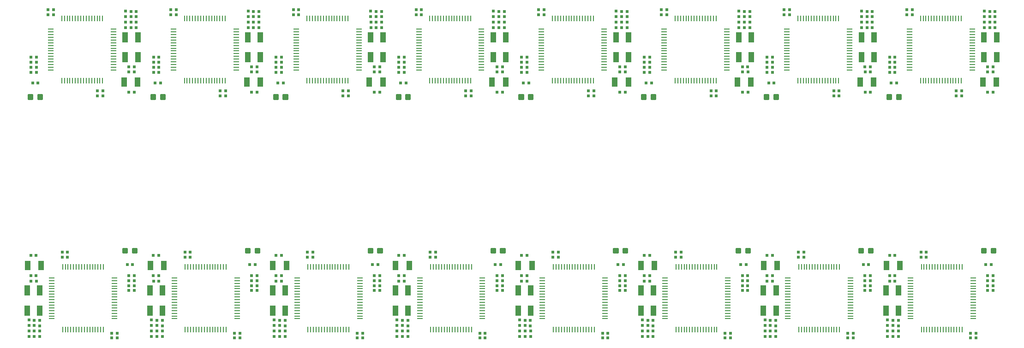
<source format=gtp>
G04 EAGLE Gerber RS-274X export*
G75*
%MOMM*%
%FSLAX34Y34*%
%LPD*%
%INSolderpaste Top*%
%IPPOS*%
%AMOC8*
5,1,8,0,0,1.08239X$1,22.5*%
G01*
%ADD10R,0.600000X0.600000*%
%ADD11C,0.300000*%
%ADD12R,1.000000X0.220000*%
%ADD13R,0.220000X1.000000*%
%ADD14R,1.100000X1.900000*%
%ADD15R,1.000000X1.800000*%


D10*
X25000Y152200D03*
X15000Y152200D03*
X31400Y60500D03*
X31400Y50500D03*
X72500Y196500D03*
X82500Y196500D03*
X163500Y56800D03*
X173500Y56800D03*
X195000Y162500D03*
X205000Y162500D03*
X72500Y205900D03*
X82500Y205900D03*
X21400Y80600D03*
X21400Y70600D03*
X11400Y80700D03*
X11400Y70700D03*
X24900Y162300D03*
X14900Y162300D03*
X24900Y199550D03*
X14900Y199550D03*
X163500Y47700D03*
X173500Y47700D03*
X195000Y153300D03*
X205000Y153300D03*
X11400Y60600D03*
X11400Y50600D03*
X21400Y60600D03*
X21400Y50600D03*
D11*
X202070Y204600D02*
X202070Y211600D01*
X209070Y211600D01*
X209070Y204600D01*
X202070Y204600D01*
X202070Y207450D02*
X209070Y207450D01*
X209070Y210300D02*
X202070Y210300D01*
X184530Y211600D02*
X184530Y204600D01*
X184530Y211600D02*
X191530Y211600D01*
X191530Y204600D01*
X184530Y204600D01*
X184530Y207450D02*
X191530Y207450D01*
X191530Y210300D02*
X184530Y210300D01*
D10*
X201800Y182500D03*
X191800Y182500D03*
X205000Y134900D03*
X195000Y134900D03*
X205000Y144100D03*
X195000Y144100D03*
X31300Y80500D03*
X31300Y70500D03*
D12*
X53300Y123300D03*
X53300Y118300D03*
X53300Y133300D03*
X53300Y143300D03*
X53300Y153300D03*
X53300Y128300D03*
X53300Y138300D03*
X53300Y148300D03*
X53300Y158300D03*
X53300Y108300D03*
X53300Y98300D03*
X53300Y88300D03*
X53300Y83300D03*
X53300Y93300D03*
X53300Y103300D03*
X53300Y113300D03*
D13*
X108300Y63300D03*
X113300Y63300D03*
X98300Y63300D03*
X88300Y63300D03*
X78300Y63300D03*
X103300Y63300D03*
X93300Y63300D03*
X83300Y63300D03*
X73300Y63300D03*
X123300Y63300D03*
X133300Y63300D03*
X143300Y63300D03*
X148300Y63300D03*
X138300Y63300D03*
X128300Y63300D03*
X118300Y63300D03*
D12*
X168300Y118300D03*
X168300Y123300D03*
X168300Y108300D03*
X168300Y98300D03*
X168300Y88300D03*
X168300Y113300D03*
X168300Y103300D03*
X168300Y93300D03*
X168300Y83300D03*
X168300Y133300D03*
X168300Y143300D03*
X168300Y153300D03*
X168300Y158300D03*
X168300Y148300D03*
X168300Y138300D03*
X168300Y128300D03*
D13*
X113300Y178300D03*
X108300Y178300D03*
X123300Y178300D03*
X133300Y178300D03*
X143300Y178300D03*
X118300Y178300D03*
X128300Y178300D03*
X138300Y178300D03*
X148300Y178300D03*
X98300Y178300D03*
X88300Y178300D03*
X78300Y178300D03*
X73300Y178300D03*
X83300Y178300D03*
X93300Y178300D03*
X103300Y178300D03*
D14*
X8700Y135100D03*
X31700Y98100D03*
X31700Y135100D03*
X8700Y98100D03*
D15*
X9000Y180700D03*
X34000Y180700D03*
D10*
X250069Y152200D03*
X240069Y152200D03*
X256469Y60500D03*
X256469Y50500D03*
X297569Y196500D03*
X307569Y196500D03*
X388569Y56800D03*
X398569Y56800D03*
X420069Y162500D03*
X430069Y162500D03*
X297569Y205900D03*
X307569Y205900D03*
X246469Y80600D03*
X246469Y70600D03*
X236469Y80700D03*
X236469Y70700D03*
X249969Y162300D03*
X239969Y162300D03*
X249969Y199550D03*
X239969Y199550D03*
X388569Y47700D03*
X398569Y47700D03*
X420069Y153300D03*
X430069Y153300D03*
X236469Y60600D03*
X236469Y50600D03*
X246469Y60600D03*
X246469Y50600D03*
D11*
X427139Y204600D02*
X427139Y211600D01*
X434139Y211600D01*
X434139Y204600D01*
X427139Y204600D01*
X427139Y207450D02*
X434139Y207450D01*
X434139Y210300D02*
X427139Y210300D01*
X409599Y211600D02*
X409599Y204600D01*
X409599Y211600D02*
X416599Y211600D01*
X416599Y204600D01*
X409599Y204600D01*
X409599Y207450D02*
X416599Y207450D01*
X416599Y210300D02*
X409599Y210300D01*
D10*
X426869Y182500D03*
X416869Y182500D03*
X430069Y134900D03*
X420069Y134900D03*
X430069Y144100D03*
X420069Y144100D03*
X256369Y80500D03*
X256369Y70500D03*
D12*
X278369Y123300D03*
X278369Y118300D03*
X278369Y133300D03*
X278369Y143300D03*
X278369Y153300D03*
X278369Y128300D03*
X278369Y138300D03*
X278369Y148300D03*
X278369Y158300D03*
X278369Y108300D03*
X278369Y98300D03*
X278369Y88300D03*
X278369Y83300D03*
X278369Y93300D03*
X278369Y103300D03*
X278369Y113300D03*
D13*
X333369Y63300D03*
X338369Y63300D03*
X323369Y63300D03*
X313369Y63300D03*
X303369Y63300D03*
X328369Y63300D03*
X318369Y63300D03*
X308369Y63300D03*
X298369Y63300D03*
X348369Y63300D03*
X358369Y63300D03*
X368369Y63300D03*
X373369Y63300D03*
X363369Y63300D03*
X353369Y63300D03*
X343369Y63300D03*
D12*
X393369Y118300D03*
X393369Y123300D03*
X393369Y108300D03*
X393369Y98300D03*
X393369Y88300D03*
X393369Y113300D03*
X393369Y103300D03*
X393369Y93300D03*
X393369Y83300D03*
X393369Y133300D03*
X393369Y143300D03*
X393369Y153300D03*
X393369Y158300D03*
X393369Y148300D03*
X393369Y138300D03*
X393369Y128300D03*
D13*
X338369Y178300D03*
X333369Y178300D03*
X348369Y178300D03*
X358369Y178300D03*
X368369Y178300D03*
X343369Y178300D03*
X353369Y178300D03*
X363369Y178300D03*
X373369Y178300D03*
X323369Y178300D03*
X313369Y178300D03*
X303369Y178300D03*
X298369Y178300D03*
X308369Y178300D03*
X318369Y178300D03*
X328369Y178300D03*
D14*
X233769Y135100D03*
X256769Y98100D03*
X256769Y135100D03*
X233769Y98100D03*
D15*
X234069Y180700D03*
X259069Y180700D03*
D10*
X475164Y152200D03*
X465164Y152200D03*
X481564Y60500D03*
X481564Y50500D03*
X522664Y196500D03*
X532664Y196500D03*
X613664Y56800D03*
X623664Y56800D03*
X645164Y162500D03*
X655164Y162500D03*
X522664Y205900D03*
X532664Y205900D03*
X471564Y80600D03*
X471564Y70600D03*
X461564Y80700D03*
X461564Y70700D03*
X475064Y162300D03*
X465064Y162300D03*
X475064Y199550D03*
X465064Y199550D03*
X613664Y47700D03*
X623664Y47700D03*
X645164Y153300D03*
X655164Y153300D03*
X461564Y60600D03*
X461564Y50600D03*
X471564Y60600D03*
X471564Y50600D03*
D11*
X652234Y204600D02*
X652234Y211600D01*
X659234Y211600D01*
X659234Y204600D01*
X652234Y204600D01*
X652234Y207450D02*
X659234Y207450D01*
X659234Y210300D02*
X652234Y210300D01*
X634694Y211600D02*
X634694Y204600D01*
X634694Y211600D02*
X641694Y211600D01*
X641694Y204600D01*
X634694Y204600D01*
X634694Y207450D02*
X641694Y207450D01*
X641694Y210300D02*
X634694Y210300D01*
D10*
X651964Y182500D03*
X641964Y182500D03*
X655164Y134900D03*
X645164Y134900D03*
X655164Y144100D03*
X645164Y144100D03*
X481464Y80500D03*
X481464Y70500D03*
D12*
X503464Y123300D03*
X503464Y118300D03*
X503464Y133300D03*
X503464Y143300D03*
X503464Y153300D03*
X503464Y128300D03*
X503464Y138300D03*
X503464Y148300D03*
X503464Y158300D03*
X503464Y108300D03*
X503464Y98300D03*
X503464Y88300D03*
X503464Y83300D03*
X503464Y93300D03*
X503464Y103300D03*
X503464Y113300D03*
D13*
X558464Y63300D03*
X563464Y63300D03*
X548464Y63300D03*
X538464Y63300D03*
X528464Y63300D03*
X553464Y63300D03*
X543464Y63300D03*
X533464Y63300D03*
X523464Y63300D03*
X573464Y63300D03*
X583464Y63300D03*
X593464Y63300D03*
X598464Y63300D03*
X588464Y63300D03*
X578464Y63300D03*
X568464Y63300D03*
D12*
X618464Y118300D03*
X618464Y123300D03*
X618464Y108300D03*
X618464Y98300D03*
X618464Y88300D03*
X618464Y113300D03*
X618464Y103300D03*
X618464Y93300D03*
X618464Y83300D03*
X618464Y133300D03*
X618464Y143300D03*
X618464Y153300D03*
X618464Y158300D03*
X618464Y148300D03*
X618464Y138300D03*
X618464Y128300D03*
D13*
X563464Y178300D03*
X558464Y178300D03*
X573464Y178300D03*
X583464Y178300D03*
X593464Y178300D03*
X568464Y178300D03*
X578464Y178300D03*
X588464Y178300D03*
X598464Y178300D03*
X548464Y178300D03*
X538464Y178300D03*
X528464Y178300D03*
X523464Y178300D03*
X533464Y178300D03*
X543464Y178300D03*
X553464Y178300D03*
D14*
X458864Y135100D03*
X481864Y98100D03*
X481864Y135100D03*
X458864Y98100D03*
D15*
X459164Y180700D03*
X484164Y180700D03*
D10*
X700234Y152200D03*
X690234Y152200D03*
X706634Y60500D03*
X706634Y50500D03*
X747734Y196500D03*
X757734Y196500D03*
X838734Y56800D03*
X848734Y56800D03*
X870234Y162500D03*
X880234Y162500D03*
X747734Y205900D03*
X757734Y205900D03*
X696634Y80600D03*
X696634Y70600D03*
X686634Y80700D03*
X686634Y70700D03*
X700134Y162300D03*
X690134Y162300D03*
X700134Y199550D03*
X690134Y199550D03*
X838734Y47700D03*
X848734Y47700D03*
X870234Y153300D03*
X880234Y153300D03*
X686634Y60600D03*
X686634Y50600D03*
X696634Y60600D03*
X696634Y50600D03*
D11*
X877304Y204600D02*
X877304Y211600D01*
X884304Y211600D01*
X884304Y204600D01*
X877304Y204600D01*
X877304Y207450D02*
X884304Y207450D01*
X884304Y210300D02*
X877304Y210300D01*
X859764Y211600D02*
X859764Y204600D01*
X859764Y211600D02*
X866764Y211600D01*
X866764Y204600D01*
X859764Y204600D01*
X859764Y207450D02*
X866764Y207450D01*
X866764Y210300D02*
X859764Y210300D01*
D10*
X877034Y182500D03*
X867034Y182500D03*
X880234Y134900D03*
X870234Y134900D03*
X880234Y144100D03*
X870234Y144100D03*
X706534Y80500D03*
X706534Y70500D03*
D12*
X728534Y123300D03*
X728534Y118300D03*
X728534Y133300D03*
X728534Y143300D03*
X728534Y153300D03*
X728534Y128300D03*
X728534Y138300D03*
X728534Y148300D03*
X728534Y158300D03*
X728534Y108300D03*
X728534Y98300D03*
X728534Y88300D03*
X728534Y83300D03*
X728534Y93300D03*
X728534Y103300D03*
X728534Y113300D03*
D13*
X783534Y63300D03*
X788534Y63300D03*
X773534Y63300D03*
X763534Y63300D03*
X753534Y63300D03*
X778534Y63300D03*
X768534Y63300D03*
X758534Y63300D03*
X748534Y63300D03*
X798534Y63300D03*
X808534Y63300D03*
X818534Y63300D03*
X823534Y63300D03*
X813534Y63300D03*
X803534Y63300D03*
X793534Y63300D03*
D12*
X843534Y118300D03*
X843534Y123300D03*
X843534Y108300D03*
X843534Y98300D03*
X843534Y88300D03*
X843534Y113300D03*
X843534Y103300D03*
X843534Y93300D03*
X843534Y83300D03*
X843534Y133300D03*
X843534Y143300D03*
X843534Y153300D03*
X843534Y158300D03*
X843534Y148300D03*
X843534Y138300D03*
X843534Y128300D03*
D13*
X788534Y178300D03*
X783534Y178300D03*
X798534Y178300D03*
X808534Y178300D03*
X818534Y178300D03*
X793534Y178300D03*
X803534Y178300D03*
X813534Y178300D03*
X823534Y178300D03*
X773534Y178300D03*
X763534Y178300D03*
X753534Y178300D03*
X748534Y178300D03*
X758534Y178300D03*
X768534Y178300D03*
X778534Y178300D03*
D14*
X683934Y135100D03*
X706934Y98100D03*
X706934Y135100D03*
X683934Y98100D03*
D15*
X684234Y180700D03*
X709234Y180700D03*
D10*
X925328Y152200D03*
X915328Y152200D03*
X931728Y60500D03*
X931728Y50500D03*
X972828Y196500D03*
X982828Y196500D03*
X1063828Y56800D03*
X1073828Y56800D03*
X1095328Y162500D03*
X1105328Y162500D03*
X972828Y205900D03*
X982828Y205900D03*
X921728Y80600D03*
X921728Y70600D03*
X911728Y80700D03*
X911728Y70700D03*
X925228Y162300D03*
X915228Y162300D03*
X925228Y199550D03*
X915228Y199550D03*
X1063828Y47700D03*
X1073828Y47700D03*
X1095328Y153300D03*
X1105328Y153300D03*
X911728Y60600D03*
X911728Y50600D03*
X921728Y60600D03*
X921728Y50600D03*
D11*
X1102398Y204600D02*
X1102398Y211600D01*
X1109398Y211600D01*
X1109398Y204600D01*
X1102398Y204600D01*
X1102398Y207450D02*
X1109398Y207450D01*
X1109398Y210300D02*
X1102398Y210300D01*
X1084858Y211600D02*
X1084858Y204600D01*
X1084858Y211600D02*
X1091858Y211600D01*
X1091858Y204600D01*
X1084858Y204600D01*
X1084858Y207450D02*
X1091858Y207450D01*
X1091858Y210300D02*
X1084858Y210300D01*
D10*
X1102128Y182500D03*
X1092128Y182500D03*
X1105328Y134900D03*
X1095328Y134900D03*
X1105328Y144100D03*
X1095328Y144100D03*
X931628Y80500D03*
X931628Y70500D03*
D12*
X953628Y123300D03*
X953628Y118300D03*
X953628Y133300D03*
X953628Y143300D03*
X953628Y153300D03*
X953628Y128300D03*
X953628Y138300D03*
X953628Y148300D03*
X953628Y158300D03*
X953628Y108300D03*
X953628Y98300D03*
X953628Y88300D03*
X953628Y83300D03*
X953628Y93300D03*
X953628Y103300D03*
X953628Y113300D03*
D13*
X1008628Y63300D03*
X1013628Y63300D03*
X998628Y63300D03*
X988628Y63300D03*
X978628Y63300D03*
X1003628Y63300D03*
X993628Y63300D03*
X983628Y63300D03*
X973628Y63300D03*
X1023628Y63300D03*
X1033628Y63300D03*
X1043628Y63300D03*
X1048628Y63300D03*
X1038628Y63300D03*
X1028628Y63300D03*
X1018628Y63300D03*
D12*
X1068628Y118300D03*
X1068628Y123300D03*
X1068628Y108300D03*
X1068628Y98300D03*
X1068628Y88300D03*
X1068628Y113300D03*
X1068628Y103300D03*
X1068628Y93300D03*
X1068628Y83300D03*
X1068628Y133300D03*
X1068628Y143300D03*
X1068628Y153300D03*
X1068628Y158300D03*
X1068628Y148300D03*
X1068628Y138300D03*
X1068628Y128300D03*
D13*
X1013628Y178300D03*
X1008628Y178300D03*
X1023628Y178300D03*
X1033628Y178300D03*
X1043628Y178300D03*
X1018628Y178300D03*
X1028628Y178300D03*
X1038628Y178300D03*
X1048628Y178300D03*
X998628Y178300D03*
X988628Y178300D03*
X978628Y178300D03*
X973628Y178300D03*
X983628Y178300D03*
X993628Y178300D03*
X1003628Y178300D03*
D14*
X909028Y135100D03*
X932028Y98100D03*
X932028Y135100D03*
X909028Y98100D03*
D15*
X909328Y180700D03*
X934328Y180700D03*
D10*
X1150398Y152200D03*
X1140398Y152200D03*
X1156798Y60500D03*
X1156798Y50500D03*
X1197898Y196500D03*
X1207898Y196500D03*
X1288898Y56800D03*
X1298898Y56800D03*
X1320398Y162500D03*
X1330398Y162500D03*
X1197898Y205900D03*
X1207898Y205900D03*
X1146798Y80600D03*
X1146798Y70600D03*
X1136798Y80700D03*
X1136798Y70700D03*
X1150298Y162300D03*
X1140298Y162300D03*
X1150298Y199550D03*
X1140298Y199550D03*
X1288898Y47700D03*
X1298898Y47700D03*
X1320398Y153300D03*
X1330398Y153300D03*
X1136798Y60600D03*
X1136798Y50600D03*
X1146798Y60600D03*
X1146798Y50600D03*
D11*
X1327468Y204600D02*
X1327468Y211600D01*
X1334468Y211600D01*
X1334468Y204600D01*
X1327468Y204600D01*
X1327468Y207450D02*
X1334468Y207450D01*
X1334468Y210300D02*
X1327468Y210300D01*
X1309928Y211600D02*
X1309928Y204600D01*
X1309928Y211600D02*
X1316928Y211600D01*
X1316928Y204600D01*
X1309928Y204600D01*
X1309928Y207450D02*
X1316928Y207450D01*
X1316928Y210300D02*
X1309928Y210300D01*
D10*
X1327198Y182500D03*
X1317198Y182500D03*
X1330398Y134900D03*
X1320398Y134900D03*
X1330398Y144100D03*
X1320398Y144100D03*
X1156698Y80500D03*
X1156698Y70500D03*
D12*
X1178698Y123300D03*
X1178698Y118300D03*
X1178698Y133300D03*
X1178698Y143300D03*
X1178698Y153300D03*
X1178698Y128300D03*
X1178698Y138300D03*
X1178698Y148300D03*
X1178698Y158300D03*
X1178698Y108300D03*
X1178698Y98300D03*
X1178698Y88300D03*
X1178698Y83300D03*
X1178698Y93300D03*
X1178698Y103300D03*
X1178698Y113300D03*
D13*
X1233698Y63300D03*
X1238698Y63300D03*
X1223698Y63300D03*
X1213698Y63300D03*
X1203698Y63300D03*
X1228698Y63300D03*
X1218698Y63300D03*
X1208698Y63300D03*
X1198698Y63300D03*
X1248698Y63300D03*
X1258698Y63300D03*
X1268698Y63300D03*
X1273698Y63300D03*
X1263698Y63300D03*
X1253698Y63300D03*
X1243698Y63300D03*
D12*
X1293698Y118300D03*
X1293698Y123300D03*
X1293698Y108300D03*
X1293698Y98300D03*
X1293698Y88300D03*
X1293698Y113300D03*
X1293698Y103300D03*
X1293698Y93300D03*
X1293698Y83300D03*
X1293698Y133300D03*
X1293698Y143300D03*
X1293698Y153300D03*
X1293698Y158300D03*
X1293698Y148300D03*
X1293698Y138300D03*
X1293698Y128300D03*
D13*
X1238698Y178300D03*
X1233698Y178300D03*
X1248698Y178300D03*
X1258698Y178300D03*
X1268698Y178300D03*
X1243698Y178300D03*
X1253698Y178300D03*
X1263698Y178300D03*
X1273698Y178300D03*
X1223698Y178300D03*
X1213698Y178300D03*
X1203698Y178300D03*
X1198698Y178300D03*
X1208698Y178300D03*
X1218698Y178300D03*
X1228698Y178300D03*
D14*
X1134098Y135100D03*
X1157098Y98100D03*
X1157098Y135100D03*
X1134098Y98100D03*
D15*
X1134398Y180700D03*
X1159398Y180700D03*
D10*
X1375493Y152200D03*
X1365493Y152200D03*
X1381893Y60500D03*
X1381893Y50500D03*
X1422993Y196500D03*
X1432993Y196500D03*
X1513993Y56800D03*
X1523993Y56800D03*
X1545493Y162500D03*
X1555493Y162500D03*
X1422993Y205900D03*
X1432993Y205900D03*
X1371893Y80600D03*
X1371893Y70600D03*
X1361893Y80700D03*
X1361893Y70700D03*
X1375393Y162300D03*
X1365393Y162300D03*
X1375393Y199550D03*
X1365393Y199550D03*
X1513993Y47700D03*
X1523993Y47700D03*
X1545493Y153300D03*
X1555493Y153300D03*
X1361893Y60600D03*
X1361893Y50600D03*
X1371893Y60600D03*
X1371893Y50600D03*
D11*
X1552563Y204600D02*
X1552563Y211600D01*
X1559563Y211600D01*
X1559563Y204600D01*
X1552563Y204600D01*
X1552563Y207450D02*
X1559563Y207450D01*
X1559563Y210300D02*
X1552563Y210300D01*
X1535023Y211600D02*
X1535023Y204600D01*
X1535023Y211600D02*
X1542023Y211600D01*
X1542023Y204600D01*
X1535023Y204600D01*
X1535023Y207450D02*
X1542023Y207450D01*
X1542023Y210300D02*
X1535023Y210300D01*
D10*
X1552293Y182500D03*
X1542293Y182500D03*
X1555493Y134900D03*
X1545493Y134900D03*
X1555493Y144100D03*
X1545493Y144100D03*
X1381793Y80500D03*
X1381793Y70500D03*
D12*
X1403793Y123300D03*
X1403793Y118300D03*
X1403793Y133300D03*
X1403793Y143300D03*
X1403793Y153300D03*
X1403793Y128300D03*
X1403793Y138300D03*
X1403793Y148300D03*
X1403793Y158300D03*
X1403793Y108300D03*
X1403793Y98300D03*
X1403793Y88300D03*
X1403793Y83300D03*
X1403793Y93300D03*
X1403793Y103300D03*
X1403793Y113300D03*
D13*
X1458793Y63300D03*
X1463793Y63300D03*
X1448793Y63300D03*
X1438793Y63300D03*
X1428793Y63300D03*
X1453793Y63300D03*
X1443793Y63300D03*
X1433793Y63300D03*
X1423793Y63300D03*
X1473793Y63300D03*
X1483793Y63300D03*
X1493793Y63300D03*
X1498793Y63300D03*
X1488793Y63300D03*
X1478793Y63300D03*
X1468793Y63300D03*
D12*
X1518793Y118300D03*
X1518793Y123300D03*
X1518793Y108300D03*
X1518793Y98300D03*
X1518793Y88300D03*
X1518793Y113300D03*
X1518793Y103300D03*
X1518793Y93300D03*
X1518793Y83300D03*
X1518793Y133300D03*
X1518793Y143300D03*
X1518793Y153300D03*
X1518793Y158300D03*
X1518793Y148300D03*
X1518793Y138300D03*
X1518793Y128300D03*
D13*
X1463793Y178300D03*
X1458793Y178300D03*
X1473793Y178300D03*
X1483793Y178300D03*
X1493793Y178300D03*
X1468793Y178300D03*
X1478793Y178300D03*
X1488793Y178300D03*
X1498793Y178300D03*
X1448793Y178300D03*
X1438793Y178300D03*
X1428793Y178300D03*
X1423793Y178300D03*
X1433793Y178300D03*
X1443793Y178300D03*
X1453793Y178300D03*
D14*
X1359193Y135100D03*
X1382193Y98100D03*
X1382193Y135100D03*
X1359193Y98100D03*
D15*
X1359493Y180700D03*
X1384493Y180700D03*
D10*
X1600562Y152200D03*
X1590562Y152200D03*
X1606962Y60500D03*
X1606962Y50500D03*
X1648062Y196500D03*
X1658062Y196500D03*
X1739062Y56800D03*
X1749062Y56800D03*
X1770562Y162500D03*
X1780562Y162500D03*
X1648062Y205900D03*
X1658062Y205900D03*
X1596962Y80600D03*
X1596962Y70600D03*
X1586962Y80700D03*
X1586962Y70700D03*
X1600462Y162300D03*
X1590462Y162300D03*
X1600462Y199550D03*
X1590462Y199550D03*
X1739062Y47700D03*
X1749062Y47700D03*
X1770562Y153300D03*
X1780562Y153300D03*
X1586962Y60600D03*
X1586962Y50600D03*
X1596962Y60600D03*
X1596962Y50600D03*
D11*
X1777632Y204600D02*
X1777632Y211600D01*
X1784632Y211600D01*
X1784632Y204600D01*
X1777632Y204600D01*
X1777632Y207450D02*
X1784632Y207450D01*
X1784632Y210300D02*
X1777632Y210300D01*
X1760092Y211600D02*
X1760092Y204600D01*
X1760092Y211600D02*
X1767092Y211600D01*
X1767092Y204600D01*
X1760092Y204600D01*
X1760092Y207450D02*
X1767092Y207450D01*
X1767092Y210300D02*
X1760092Y210300D01*
D10*
X1777362Y182500D03*
X1767362Y182500D03*
X1780562Y134900D03*
X1770562Y134900D03*
X1780562Y144100D03*
X1770562Y144100D03*
X1606862Y80500D03*
X1606862Y70500D03*
D12*
X1628862Y123300D03*
X1628862Y118300D03*
X1628862Y133300D03*
X1628862Y143300D03*
X1628862Y153300D03*
X1628862Y128300D03*
X1628862Y138300D03*
X1628862Y148300D03*
X1628862Y158300D03*
X1628862Y108300D03*
X1628862Y98300D03*
X1628862Y88300D03*
X1628862Y83300D03*
X1628862Y93300D03*
X1628862Y103300D03*
X1628862Y113300D03*
D13*
X1683862Y63300D03*
X1688862Y63300D03*
X1673862Y63300D03*
X1663862Y63300D03*
X1653862Y63300D03*
X1678862Y63300D03*
X1668862Y63300D03*
X1658862Y63300D03*
X1648862Y63300D03*
X1698862Y63300D03*
X1708862Y63300D03*
X1718862Y63300D03*
X1723862Y63300D03*
X1713862Y63300D03*
X1703862Y63300D03*
X1693862Y63300D03*
D12*
X1743862Y118300D03*
X1743862Y123300D03*
X1743862Y108300D03*
X1743862Y98300D03*
X1743862Y88300D03*
X1743862Y113300D03*
X1743862Y103300D03*
X1743862Y93300D03*
X1743862Y83300D03*
X1743862Y133300D03*
X1743862Y143300D03*
X1743862Y153300D03*
X1743862Y158300D03*
X1743862Y148300D03*
X1743862Y138300D03*
X1743862Y128300D03*
D13*
X1688862Y178300D03*
X1683862Y178300D03*
X1698862Y178300D03*
X1708862Y178300D03*
X1718862Y178300D03*
X1693862Y178300D03*
X1703862Y178300D03*
X1713862Y178300D03*
X1723862Y178300D03*
X1673862Y178300D03*
X1663862Y178300D03*
X1653862Y178300D03*
X1648862Y178300D03*
X1658862Y178300D03*
X1668862Y178300D03*
X1678862Y178300D03*
D14*
X1584262Y135100D03*
X1607262Y98100D03*
X1607262Y135100D03*
X1584262Y98100D03*
D15*
X1584562Y180700D03*
X1609562Y180700D03*
D10*
X194989Y546300D03*
X204989Y546300D03*
X188589Y638000D03*
X188589Y648000D03*
X147489Y502000D03*
X137489Y502000D03*
X56489Y641700D03*
X46489Y641700D03*
X24989Y536000D03*
X14989Y536000D03*
X147489Y492600D03*
X137489Y492600D03*
X198589Y617900D03*
X198589Y627900D03*
X208589Y617800D03*
X208589Y627800D03*
X195089Y536200D03*
X205089Y536200D03*
X195089Y498950D03*
X205089Y498950D03*
X56489Y650800D03*
X46489Y650800D03*
X24989Y545200D03*
X14989Y545200D03*
X208589Y637900D03*
X208589Y647900D03*
X198589Y637900D03*
X198589Y647900D03*
D11*
X17919Y493900D02*
X17919Y486900D01*
X10919Y486900D01*
X10919Y493900D01*
X17919Y493900D01*
X17919Y489750D02*
X10919Y489750D01*
X10919Y492600D02*
X17919Y492600D01*
X35459Y493900D02*
X35459Y486900D01*
X28459Y486900D01*
X28459Y493900D01*
X35459Y493900D01*
X35459Y489750D02*
X28459Y489750D01*
X28459Y492600D02*
X35459Y492600D01*
D10*
X18189Y516000D03*
X28189Y516000D03*
X14989Y563600D03*
X24989Y563600D03*
X14989Y554400D03*
X24989Y554400D03*
X188689Y618000D03*
X188689Y628000D03*
D12*
X166689Y575200D03*
X166689Y580200D03*
X166689Y565200D03*
X166689Y555200D03*
X166689Y545200D03*
X166689Y570200D03*
X166689Y560200D03*
X166689Y550200D03*
X166689Y540200D03*
X166689Y590200D03*
X166689Y600200D03*
X166689Y610200D03*
X166689Y615200D03*
X166689Y605200D03*
X166689Y595200D03*
X166689Y585200D03*
D13*
X111689Y635200D03*
X106689Y635200D03*
X121689Y635200D03*
X131689Y635200D03*
X141689Y635200D03*
X116689Y635200D03*
X126689Y635200D03*
X136689Y635200D03*
X146689Y635200D03*
X96689Y635200D03*
X86689Y635200D03*
X76689Y635200D03*
X71689Y635200D03*
X81689Y635200D03*
X91689Y635200D03*
X101689Y635200D03*
D12*
X51689Y580200D03*
X51689Y575200D03*
X51689Y590200D03*
X51689Y600200D03*
X51689Y610200D03*
X51689Y585200D03*
X51689Y595200D03*
X51689Y605200D03*
X51689Y615200D03*
X51689Y565200D03*
X51689Y555200D03*
X51689Y545200D03*
X51689Y540200D03*
X51689Y550200D03*
X51689Y560200D03*
X51689Y570200D03*
D13*
X106689Y520200D03*
X111689Y520200D03*
X96689Y520200D03*
X86689Y520200D03*
X76689Y520200D03*
X101689Y520200D03*
X91689Y520200D03*
X81689Y520200D03*
X71689Y520200D03*
X121689Y520200D03*
X131689Y520200D03*
X141689Y520200D03*
X146689Y520200D03*
X136689Y520200D03*
X126689Y520200D03*
X116689Y520200D03*
D14*
X211289Y563400D03*
X188289Y600400D03*
X188289Y563400D03*
X211289Y600400D03*
D15*
X210989Y517800D03*
X185989Y517800D03*
D10*
X420084Y546300D03*
X430084Y546300D03*
X413684Y638000D03*
X413684Y648000D03*
X372584Y502000D03*
X362584Y502000D03*
X281584Y641700D03*
X271584Y641700D03*
X250084Y536000D03*
X240084Y536000D03*
X372584Y492600D03*
X362584Y492600D03*
X423684Y617900D03*
X423684Y627900D03*
X433684Y617800D03*
X433684Y627800D03*
X420184Y536200D03*
X430184Y536200D03*
X420184Y498950D03*
X430184Y498950D03*
X281584Y650800D03*
X271584Y650800D03*
X250084Y545200D03*
X240084Y545200D03*
X433684Y637900D03*
X433684Y647900D03*
X423684Y637900D03*
X423684Y647900D03*
D11*
X243014Y493900D02*
X243014Y486900D01*
X236014Y486900D01*
X236014Y493900D01*
X243014Y493900D01*
X243014Y489750D02*
X236014Y489750D01*
X236014Y492600D02*
X243014Y492600D01*
X260554Y493900D02*
X260554Y486900D01*
X253554Y486900D01*
X253554Y493900D01*
X260554Y493900D01*
X260554Y489750D02*
X253554Y489750D01*
X253554Y492600D02*
X260554Y492600D01*
D10*
X243284Y516000D03*
X253284Y516000D03*
X240084Y563600D03*
X250084Y563600D03*
X240084Y554400D03*
X250084Y554400D03*
X413784Y618000D03*
X413784Y628000D03*
D12*
X391784Y575200D03*
X391784Y580200D03*
X391784Y565200D03*
X391784Y555200D03*
X391784Y545200D03*
X391784Y570200D03*
X391784Y560200D03*
X391784Y550200D03*
X391784Y540200D03*
X391784Y590200D03*
X391784Y600200D03*
X391784Y610200D03*
X391784Y615200D03*
X391784Y605200D03*
X391784Y595200D03*
X391784Y585200D03*
D13*
X336784Y635200D03*
X331784Y635200D03*
X346784Y635200D03*
X356784Y635200D03*
X366784Y635200D03*
X341784Y635200D03*
X351784Y635200D03*
X361784Y635200D03*
X371784Y635200D03*
X321784Y635200D03*
X311784Y635200D03*
X301784Y635200D03*
X296784Y635200D03*
X306784Y635200D03*
X316784Y635200D03*
X326784Y635200D03*
D12*
X276784Y580200D03*
X276784Y575200D03*
X276784Y590200D03*
X276784Y600200D03*
X276784Y610200D03*
X276784Y585200D03*
X276784Y595200D03*
X276784Y605200D03*
X276784Y615200D03*
X276784Y565200D03*
X276784Y555200D03*
X276784Y545200D03*
X276784Y540200D03*
X276784Y550200D03*
X276784Y560200D03*
X276784Y570200D03*
D13*
X331784Y520200D03*
X336784Y520200D03*
X321784Y520200D03*
X311784Y520200D03*
X301784Y520200D03*
X326784Y520200D03*
X316784Y520200D03*
X306784Y520200D03*
X296784Y520200D03*
X346784Y520200D03*
X356784Y520200D03*
X366784Y520200D03*
X371784Y520200D03*
X361784Y520200D03*
X351784Y520200D03*
X341784Y520200D03*
D14*
X436384Y563400D03*
X413384Y600400D03*
X413384Y563400D03*
X436384Y600400D03*
D15*
X436084Y517800D03*
X411084Y517800D03*
D10*
X645154Y546300D03*
X655154Y546300D03*
X638754Y638000D03*
X638754Y648000D03*
X597654Y502000D03*
X587654Y502000D03*
X506654Y641700D03*
X496654Y641700D03*
X475154Y536000D03*
X465154Y536000D03*
X597654Y492600D03*
X587654Y492600D03*
X648754Y617900D03*
X648754Y627900D03*
X658754Y617800D03*
X658754Y627800D03*
X645254Y536200D03*
X655254Y536200D03*
X645254Y498950D03*
X655254Y498950D03*
X506654Y650800D03*
X496654Y650800D03*
X475154Y545200D03*
X465154Y545200D03*
X658754Y637900D03*
X658754Y647900D03*
X648754Y637900D03*
X648754Y647900D03*
D11*
X468084Y493900D02*
X468084Y486900D01*
X461084Y486900D01*
X461084Y493900D01*
X468084Y493900D01*
X468084Y489750D02*
X461084Y489750D01*
X461084Y492600D02*
X468084Y492600D01*
X485624Y493900D02*
X485624Y486900D01*
X478624Y486900D01*
X478624Y493900D01*
X485624Y493900D01*
X485624Y489750D02*
X478624Y489750D01*
X478624Y492600D02*
X485624Y492600D01*
D10*
X468354Y516000D03*
X478354Y516000D03*
X465154Y563600D03*
X475154Y563600D03*
X465154Y554400D03*
X475154Y554400D03*
X638854Y618000D03*
X638854Y628000D03*
D12*
X616854Y575200D03*
X616854Y580200D03*
X616854Y565200D03*
X616854Y555200D03*
X616854Y545200D03*
X616854Y570200D03*
X616854Y560200D03*
X616854Y550200D03*
X616854Y540200D03*
X616854Y590200D03*
X616854Y600200D03*
X616854Y610200D03*
X616854Y615200D03*
X616854Y605200D03*
X616854Y595200D03*
X616854Y585200D03*
D13*
X561854Y635200D03*
X556854Y635200D03*
X571854Y635200D03*
X581854Y635200D03*
X591854Y635200D03*
X566854Y635200D03*
X576854Y635200D03*
X586854Y635200D03*
X596854Y635200D03*
X546854Y635200D03*
X536854Y635200D03*
X526854Y635200D03*
X521854Y635200D03*
X531854Y635200D03*
X541854Y635200D03*
X551854Y635200D03*
D12*
X501854Y580200D03*
X501854Y575200D03*
X501854Y590200D03*
X501854Y600200D03*
X501854Y610200D03*
X501854Y585200D03*
X501854Y595200D03*
X501854Y605200D03*
X501854Y615200D03*
X501854Y565200D03*
X501854Y555200D03*
X501854Y545200D03*
X501854Y540200D03*
X501854Y550200D03*
X501854Y560200D03*
X501854Y570200D03*
D13*
X556854Y520200D03*
X561854Y520200D03*
X546854Y520200D03*
X536854Y520200D03*
X526854Y520200D03*
X551854Y520200D03*
X541854Y520200D03*
X531854Y520200D03*
X521854Y520200D03*
X571854Y520200D03*
X581854Y520200D03*
X591854Y520200D03*
X596854Y520200D03*
X586854Y520200D03*
X576854Y520200D03*
X566854Y520200D03*
D14*
X661454Y563400D03*
X638454Y600400D03*
X638454Y563400D03*
X661454Y600400D03*
D15*
X661154Y517800D03*
X636154Y517800D03*
D10*
X870248Y546300D03*
X880248Y546300D03*
X863848Y638000D03*
X863848Y648000D03*
X822748Y502000D03*
X812748Y502000D03*
X731748Y641700D03*
X721748Y641700D03*
X700248Y536000D03*
X690248Y536000D03*
X822748Y492600D03*
X812748Y492600D03*
X873848Y617900D03*
X873848Y627900D03*
X883848Y617800D03*
X883848Y627800D03*
X870348Y536200D03*
X880348Y536200D03*
X870348Y498950D03*
X880348Y498950D03*
X731748Y650800D03*
X721748Y650800D03*
X700248Y545200D03*
X690248Y545200D03*
X883848Y637900D03*
X883848Y647900D03*
X873848Y637900D03*
X873848Y647900D03*
D11*
X693178Y493900D02*
X693178Y486900D01*
X686178Y486900D01*
X686178Y493900D01*
X693178Y493900D01*
X693178Y489750D02*
X686178Y489750D01*
X686178Y492600D02*
X693178Y492600D01*
X710718Y493900D02*
X710718Y486900D01*
X703718Y486900D01*
X703718Y493900D01*
X710718Y493900D01*
X710718Y489750D02*
X703718Y489750D01*
X703718Y492600D02*
X710718Y492600D01*
D10*
X693448Y516000D03*
X703448Y516000D03*
X690248Y563600D03*
X700248Y563600D03*
X690248Y554400D03*
X700248Y554400D03*
X863948Y618000D03*
X863948Y628000D03*
D12*
X841948Y575200D03*
X841948Y580200D03*
X841948Y565200D03*
X841948Y555200D03*
X841948Y545200D03*
X841948Y570200D03*
X841948Y560200D03*
X841948Y550200D03*
X841948Y540200D03*
X841948Y590200D03*
X841948Y600200D03*
X841948Y610200D03*
X841948Y615200D03*
X841948Y605200D03*
X841948Y595200D03*
X841948Y585200D03*
D13*
X786948Y635200D03*
X781948Y635200D03*
X796948Y635200D03*
X806948Y635200D03*
X816948Y635200D03*
X791948Y635200D03*
X801948Y635200D03*
X811948Y635200D03*
X821948Y635200D03*
X771948Y635200D03*
X761948Y635200D03*
X751948Y635200D03*
X746948Y635200D03*
X756948Y635200D03*
X766948Y635200D03*
X776948Y635200D03*
D12*
X726948Y580200D03*
X726948Y575200D03*
X726948Y590200D03*
X726948Y600200D03*
X726948Y610200D03*
X726948Y585200D03*
X726948Y595200D03*
X726948Y605200D03*
X726948Y615200D03*
X726948Y565200D03*
X726948Y555200D03*
X726948Y545200D03*
X726948Y540200D03*
X726948Y550200D03*
X726948Y560200D03*
X726948Y570200D03*
D13*
X781948Y520200D03*
X786948Y520200D03*
X771948Y520200D03*
X761948Y520200D03*
X751948Y520200D03*
X776948Y520200D03*
X766948Y520200D03*
X756948Y520200D03*
X746948Y520200D03*
X796948Y520200D03*
X806948Y520200D03*
X816948Y520200D03*
X821948Y520200D03*
X811948Y520200D03*
X801948Y520200D03*
X791948Y520200D03*
D14*
X886548Y563400D03*
X863548Y600400D03*
X863548Y563400D03*
X886548Y600400D03*
D15*
X886248Y517800D03*
X861248Y517800D03*
D10*
X1095318Y546300D03*
X1105318Y546300D03*
X1088918Y638000D03*
X1088918Y648000D03*
X1047818Y502000D03*
X1037818Y502000D03*
X956818Y641700D03*
X946818Y641700D03*
X925318Y536000D03*
X915318Y536000D03*
X1047818Y492600D03*
X1037818Y492600D03*
X1098918Y617900D03*
X1098918Y627900D03*
X1108918Y617800D03*
X1108918Y627800D03*
X1095418Y536200D03*
X1105418Y536200D03*
X1095418Y498950D03*
X1105418Y498950D03*
X956818Y650800D03*
X946818Y650800D03*
X925318Y545200D03*
X915318Y545200D03*
X1108918Y637900D03*
X1108918Y647900D03*
X1098918Y637900D03*
X1098918Y647900D03*
D11*
X918248Y493900D02*
X918248Y486900D01*
X911248Y486900D01*
X911248Y493900D01*
X918248Y493900D01*
X918248Y489750D02*
X911248Y489750D01*
X911248Y492600D02*
X918248Y492600D01*
X935788Y493900D02*
X935788Y486900D01*
X928788Y486900D01*
X928788Y493900D01*
X935788Y493900D01*
X935788Y489750D02*
X928788Y489750D01*
X928788Y492600D02*
X935788Y492600D01*
D10*
X918518Y516000D03*
X928518Y516000D03*
X915318Y563600D03*
X925318Y563600D03*
X915318Y554400D03*
X925318Y554400D03*
X1089018Y618000D03*
X1089018Y628000D03*
D12*
X1067018Y575200D03*
X1067018Y580200D03*
X1067018Y565200D03*
X1067018Y555200D03*
X1067018Y545200D03*
X1067018Y570200D03*
X1067018Y560200D03*
X1067018Y550200D03*
X1067018Y540200D03*
X1067018Y590200D03*
X1067018Y600200D03*
X1067018Y610200D03*
X1067018Y615200D03*
X1067018Y605200D03*
X1067018Y595200D03*
X1067018Y585200D03*
D13*
X1012018Y635200D03*
X1007018Y635200D03*
X1022018Y635200D03*
X1032018Y635200D03*
X1042018Y635200D03*
X1017018Y635200D03*
X1027018Y635200D03*
X1037018Y635200D03*
X1047018Y635200D03*
X997018Y635200D03*
X987018Y635200D03*
X977018Y635200D03*
X972018Y635200D03*
X982018Y635200D03*
X992018Y635200D03*
X1002018Y635200D03*
D12*
X952018Y580200D03*
X952018Y575200D03*
X952018Y590200D03*
X952018Y600200D03*
X952018Y610200D03*
X952018Y585200D03*
X952018Y595200D03*
X952018Y605200D03*
X952018Y615200D03*
X952018Y565200D03*
X952018Y555200D03*
X952018Y545200D03*
X952018Y540200D03*
X952018Y550200D03*
X952018Y560200D03*
X952018Y570200D03*
D13*
X1007018Y520200D03*
X1012018Y520200D03*
X997018Y520200D03*
X987018Y520200D03*
X977018Y520200D03*
X1002018Y520200D03*
X992018Y520200D03*
X982018Y520200D03*
X972018Y520200D03*
X1022018Y520200D03*
X1032018Y520200D03*
X1042018Y520200D03*
X1047018Y520200D03*
X1037018Y520200D03*
X1027018Y520200D03*
X1017018Y520200D03*
D14*
X1111618Y563400D03*
X1088618Y600400D03*
X1088618Y563400D03*
X1111618Y600400D03*
D15*
X1111318Y517800D03*
X1086318Y517800D03*
D10*
X1320413Y546300D03*
X1330413Y546300D03*
X1314013Y638000D03*
X1314013Y648000D03*
X1272913Y502000D03*
X1262913Y502000D03*
X1181913Y641700D03*
X1171913Y641700D03*
X1150413Y536000D03*
X1140413Y536000D03*
X1272913Y492600D03*
X1262913Y492600D03*
X1324013Y617900D03*
X1324013Y627900D03*
X1334013Y617800D03*
X1334013Y627800D03*
X1320513Y536200D03*
X1330513Y536200D03*
X1320513Y498950D03*
X1330513Y498950D03*
X1181913Y650800D03*
X1171913Y650800D03*
X1150413Y545200D03*
X1140413Y545200D03*
X1334013Y637900D03*
X1334013Y647900D03*
X1324013Y637900D03*
X1324013Y647900D03*
D11*
X1143343Y493900D02*
X1143343Y486900D01*
X1136343Y486900D01*
X1136343Y493900D01*
X1143343Y493900D01*
X1143343Y489750D02*
X1136343Y489750D01*
X1136343Y492600D02*
X1143343Y492600D01*
X1160883Y493900D02*
X1160883Y486900D01*
X1153883Y486900D01*
X1153883Y493900D01*
X1160883Y493900D01*
X1160883Y489750D02*
X1153883Y489750D01*
X1153883Y492600D02*
X1160883Y492600D01*
D10*
X1143613Y516000D03*
X1153613Y516000D03*
X1140413Y563600D03*
X1150413Y563600D03*
X1140413Y554400D03*
X1150413Y554400D03*
X1314113Y618000D03*
X1314113Y628000D03*
D12*
X1292113Y575200D03*
X1292113Y580200D03*
X1292113Y565200D03*
X1292113Y555200D03*
X1292113Y545200D03*
X1292113Y570200D03*
X1292113Y560200D03*
X1292113Y550200D03*
X1292113Y540200D03*
X1292113Y590200D03*
X1292113Y600200D03*
X1292113Y610200D03*
X1292113Y615200D03*
X1292113Y605200D03*
X1292113Y595200D03*
X1292113Y585200D03*
D13*
X1237113Y635200D03*
X1232113Y635200D03*
X1247113Y635200D03*
X1257113Y635200D03*
X1267113Y635200D03*
X1242113Y635200D03*
X1252113Y635200D03*
X1262113Y635200D03*
X1272113Y635200D03*
X1222113Y635200D03*
X1212113Y635200D03*
X1202113Y635200D03*
X1197113Y635200D03*
X1207113Y635200D03*
X1217113Y635200D03*
X1227113Y635200D03*
D12*
X1177113Y580200D03*
X1177113Y575200D03*
X1177113Y590200D03*
X1177113Y600200D03*
X1177113Y610200D03*
X1177113Y585200D03*
X1177113Y595200D03*
X1177113Y605200D03*
X1177113Y615200D03*
X1177113Y565200D03*
X1177113Y555200D03*
X1177113Y545200D03*
X1177113Y540200D03*
X1177113Y550200D03*
X1177113Y560200D03*
X1177113Y570200D03*
D13*
X1232113Y520200D03*
X1237113Y520200D03*
X1222113Y520200D03*
X1212113Y520200D03*
X1202113Y520200D03*
X1227113Y520200D03*
X1217113Y520200D03*
X1207113Y520200D03*
X1197113Y520200D03*
X1247113Y520200D03*
X1257113Y520200D03*
X1267113Y520200D03*
X1272113Y520200D03*
X1262113Y520200D03*
X1252113Y520200D03*
X1242113Y520200D03*
D14*
X1336713Y563400D03*
X1313713Y600400D03*
X1313713Y563400D03*
X1336713Y600400D03*
D15*
X1336413Y517800D03*
X1311413Y517800D03*
D10*
X1545482Y546300D03*
X1555482Y546300D03*
X1539082Y638000D03*
X1539082Y648000D03*
X1497982Y502000D03*
X1487982Y502000D03*
X1406982Y641700D03*
X1396982Y641700D03*
X1375482Y536000D03*
X1365482Y536000D03*
X1497982Y492600D03*
X1487982Y492600D03*
X1549082Y617900D03*
X1549082Y627900D03*
X1559082Y617800D03*
X1559082Y627800D03*
X1545582Y536200D03*
X1555582Y536200D03*
X1545582Y498950D03*
X1555582Y498950D03*
X1406982Y650800D03*
X1396982Y650800D03*
X1375482Y545200D03*
X1365482Y545200D03*
X1559082Y637900D03*
X1559082Y647900D03*
X1549082Y637900D03*
X1549082Y647900D03*
D11*
X1368412Y493900D02*
X1368412Y486900D01*
X1361412Y486900D01*
X1361412Y493900D01*
X1368412Y493900D01*
X1368412Y489750D02*
X1361412Y489750D01*
X1361412Y492600D02*
X1368412Y492600D01*
X1385952Y493900D02*
X1385952Y486900D01*
X1378952Y486900D01*
X1378952Y493900D01*
X1385952Y493900D01*
X1385952Y489750D02*
X1378952Y489750D01*
X1378952Y492600D02*
X1385952Y492600D01*
D10*
X1368682Y516000D03*
X1378682Y516000D03*
X1365482Y563600D03*
X1375482Y563600D03*
X1365482Y554400D03*
X1375482Y554400D03*
X1539182Y618000D03*
X1539182Y628000D03*
D12*
X1517182Y575200D03*
X1517182Y580200D03*
X1517182Y565200D03*
X1517182Y555200D03*
X1517182Y545200D03*
X1517182Y570200D03*
X1517182Y560200D03*
X1517182Y550200D03*
X1517182Y540200D03*
X1517182Y590200D03*
X1517182Y600200D03*
X1517182Y610200D03*
X1517182Y615200D03*
X1517182Y605200D03*
X1517182Y595200D03*
X1517182Y585200D03*
D13*
X1462182Y635200D03*
X1457182Y635200D03*
X1472182Y635200D03*
X1482182Y635200D03*
X1492182Y635200D03*
X1467182Y635200D03*
X1477182Y635200D03*
X1487182Y635200D03*
X1497182Y635200D03*
X1447182Y635200D03*
X1437182Y635200D03*
X1427182Y635200D03*
X1422182Y635200D03*
X1432182Y635200D03*
X1442182Y635200D03*
X1452182Y635200D03*
D12*
X1402182Y580200D03*
X1402182Y575200D03*
X1402182Y590200D03*
X1402182Y600200D03*
X1402182Y610200D03*
X1402182Y585200D03*
X1402182Y595200D03*
X1402182Y605200D03*
X1402182Y615200D03*
X1402182Y565200D03*
X1402182Y555200D03*
X1402182Y545200D03*
X1402182Y540200D03*
X1402182Y550200D03*
X1402182Y560200D03*
X1402182Y570200D03*
D13*
X1457182Y520200D03*
X1462182Y520200D03*
X1447182Y520200D03*
X1437182Y520200D03*
X1427182Y520200D03*
X1452182Y520200D03*
X1442182Y520200D03*
X1432182Y520200D03*
X1422182Y520200D03*
X1472182Y520200D03*
X1482182Y520200D03*
X1492182Y520200D03*
X1497182Y520200D03*
X1487182Y520200D03*
X1477182Y520200D03*
X1467182Y520200D03*
D14*
X1561782Y563400D03*
X1538782Y600400D03*
X1538782Y563400D03*
X1561782Y600400D03*
D15*
X1561482Y517800D03*
X1536482Y517800D03*
D10*
X1770551Y546300D03*
X1780551Y546300D03*
X1764151Y638000D03*
X1764151Y648000D03*
X1723051Y502000D03*
X1713051Y502000D03*
X1632051Y641700D03*
X1622051Y641700D03*
X1600551Y536000D03*
X1590551Y536000D03*
X1723051Y492600D03*
X1713051Y492600D03*
X1774151Y617900D03*
X1774151Y627900D03*
X1784151Y617800D03*
X1784151Y627800D03*
X1770651Y536200D03*
X1780651Y536200D03*
X1770651Y498950D03*
X1780651Y498950D03*
X1632051Y650800D03*
X1622051Y650800D03*
X1600551Y545200D03*
X1590551Y545200D03*
X1784151Y637900D03*
X1784151Y647900D03*
X1774151Y637900D03*
X1774151Y647900D03*
D11*
X1593481Y493900D02*
X1593481Y486900D01*
X1586481Y486900D01*
X1586481Y493900D01*
X1593481Y493900D01*
X1593481Y489750D02*
X1586481Y489750D01*
X1586481Y492600D02*
X1593481Y492600D01*
X1611021Y493900D02*
X1611021Y486900D01*
X1604021Y486900D01*
X1604021Y493900D01*
X1611021Y493900D01*
X1611021Y489750D02*
X1604021Y489750D01*
X1604021Y492600D02*
X1611021Y492600D01*
D10*
X1593751Y516000D03*
X1603751Y516000D03*
X1590551Y563600D03*
X1600551Y563600D03*
X1590551Y554400D03*
X1600551Y554400D03*
X1764251Y618000D03*
X1764251Y628000D03*
D12*
X1742251Y575200D03*
X1742251Y580200D03*
X1742251Y565200D03*
X1742251Y555200D03*
X1742251Y545200D03*
X1742251Y570200D03*
X1742251Y560200D03*
X1742251Y550200D03*
X1742251Y540200D03*
X1742251Y590200D03*
X1742251Y600200D03*
X1742251Y610200D03*
X1742251Y615200D03*
X1742251Y605200D03*
X1742251Y595200D03*
X1742251Y585200D03*
D13*
X1687251Y635200D03*
X1682251Y635200D03*
X1697251Y635200D03*
X1707251Y635200D03*
X1717251Y635200D03*
X1692251Y635200D03*
X1702251Y635200D03*
X1712251Y635200D03*
X1722251Y635200D03*
X1672251Y635200D03*
X1662251Y635200D03*
X1652251Y635200D03*
X1647251Y635200D03*
X1657251Y635200D03*
X1667251Y635200D03*
X1677251Y635200D03*
D12*
X1627251Y580200D03*
X1627251Y575200D03*
X1627251Y590200D03*
X1627251Y600200D03*
X1627251Y610200D03*
X1627251Y585200D03*
X1627251Y595200D03*
X1627251Y605200D03*
X1627251Y615200D03*
X1627251Y565200D03*
X1627251Y555200D03*
X1627251Y545200D03*
X1627251Y540200D03*
X1627251Y550200D03*
X1627251Y560200D03*
X1627251Y570200D03*
D13*
X1682251Y520200D03*
X1687251Y520200D03*
X1672251Y520200D03*
X1662251Y520200D03*
X1652251Y520200D03*
X1677251Y520200D03*
X1667251Y520200D03*
X1657251Y520200D03*
X1647251Y520200D03*
X1697251Y520200D03*
X1707251Y520200D03*
X1717251Y520200D03*
X1722251Y520200D03*
X1712251Y520200D03*
X1702251Y520200D03*
X1692251Y520200D03*
D14*
X1786851Y563400D03*
X1763851Y600400D03*
X1763851Y563400D03*
X1786851Y600400D03*
D15*
X1786551Y517800D03*
X1761551Y517800D03*
M02*

</source>
